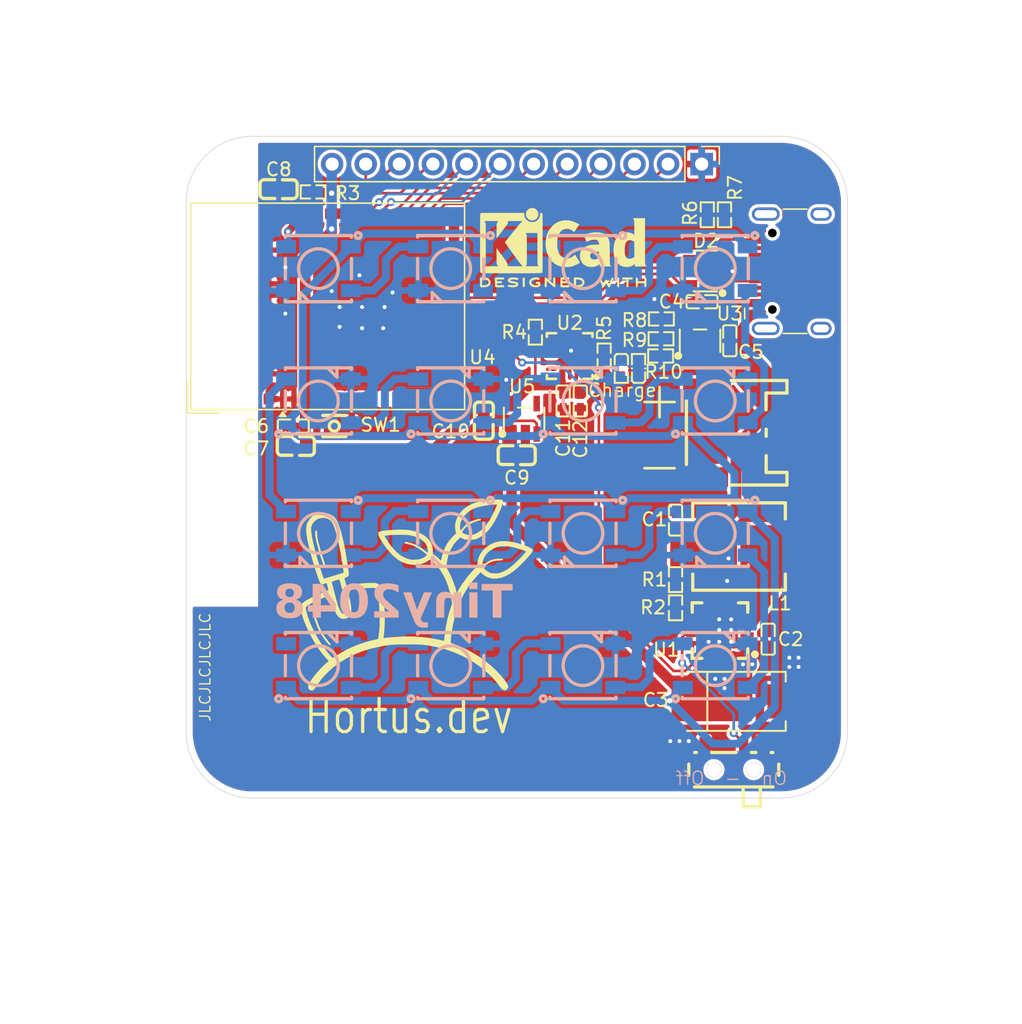
<source format=kicad_pcb>
(kicad_pcb (version 20240108) (generator "pcbnew") (generator_version "8.0")
  (layers (0 "F.Cu" signal) (31 "B.Cu" signal) (34 "B.Paste" user) (35 "F.Paste" user) (36 "B.SilkS" user "B.Silkscreen") (37 "F.SilkS" user "F.Silkscreen") (38 "B.Mask" user) (39 "F.Mask" user) (44 "Edge.Cuts" user))
  (net 0 "")
  (net 11 "VBAT")
  (net 12 "GND")
  (net 13 "+5V")
  (net 14 "Net-(L1-Pad2)")
  (net 15 "Net-(U1-LBI)")
  (net 20 "/enable")
  (net 43 "VBUS")
  (net 44 "/USB_D-")
  (net 45 "/USB_D+")
  (net 46 "Net-(D2-Pad3)")
  (net 47 "Net-(D2-Pad1)")
  (net 48 "/low_bat")
  (net 52 "+3V3")
  (net 53 "/SDA")
  (net 54 "/SCL")
  (net 57 "Net-(U4-IO0)")
  (net 58 "Net-(U4-EN)")
  (net 59 "Net-(LED1-DOUT)")
  (net 60 "/LED_DATA")
  (net 61 "Net-(LED10-DOUT)")
  (net 62 "Net-(LED10-DIN)")
  (net 63 "Net-(USBC1-CC1)")
  (net 64 "Net-(USBC1-CC2)")
  (net 68 "Net-(LED2-DOUT)")
  (net 69 "Net-(LED3-DOUT)")
  (net 70 "Net-(LED4-DOUT)")
  (net 71 "Net-(LED5-DOUT)")
  (net 72 "Net-(LED6-DOUT)")
  (net 73 "Net-(LED7-DOUT)")
  (net 74 "Net-(LED8-DOUT)")
  (net 75 "Net-(LED11-DOUT)")
  (net 76 "Net-(LED12-DOUT)")
  (net 77 "Net-(LED13-DOUT)")
  (net 78 "Net-(LED14-DOUT)")
  (net 79 "Net-(LED15-DOUT)")
  (net 81 "Net-(U3-PROG)")
  (net 82 "Net-(U3-STAT)")
  (net 83 "Net-(LED17-K)")
  (net 84 "Net-(LED18-A)")
  (net 85 "Net-(J1-Pin_5)")
  (net 86 "Net-(J1-Pin_4)")
  (net 87 "Net-(J1-Pin_3)")
  (net 88 "Net-(J1-Pin_10)")
  (net 89 "Net-(J1-Pin_6)")
  (net 90 "Net-(J1-Pin_9)")
  (net 91 "Net-(J1-Pin_8)")
  (net 92 "Net-(J1-Pin_11)")
  (net 93 "Net-(J1-Pin_2)")
  (net 94 "Net-(J1-Pin_7)")
  (footprint "easyeda2kicad:R0402" (layer "F.Cu") (at 89.4 45.93 -90)
    (property "Reference" "R6")
    (property "Value" "5.1k" (hide yes))
  )
  (footprint "easyeda2kicad:SW-SMD_MSS3-V-T-R" (layer "F.Cu") (at 91.4 87.5425)
    (property "Reference" "SW3" (hide yes))
    (property "Value" "MSS3-V-T/R" (hide yes))
  )
  (footprint "easyeda2kicad:C0402" (layer "F.Cu") (at 78.5 60 -90)
    (property "Reference" "C11")
    (property "Value" "100nF" (hide yes))
  )
  (footprint "LOGO" (layer "F.Cu") (at 67.5 74.7)
    (property "Reference" "G***" (hide yes))
    (property "Value" "LOGO" (hide yes))
  )
  (footprint "easyeda2kicad:C0603" (layer "F.Cu") (at 58.3 63.4)
    (property "Reference" "C7")
    (property "Value" "22uF" (hide yes))
  )
  (footprint "easyeda2kicad:IND-SMD_L7.0-W6.6" (layer "F.Cu") (at 91.8 71)
    (property "Reference" "L1")
    (property "Value" "FXL0630-6R8-M" (hide yes))
  )
  (footprint "easyeda2kicad:LED0402-RD_BLUE" (layer "F.Cu") (at 84.2 57.54 90)
    (property "Reference" "LED18" (hide yes))
    (property "Value" "Green" (hide yes))
  )
  (footprint "easyeda2kicad:R0402" (layer "F.Cu") (at 81.6 56.6 90)
    (property "Reference" "R5")
    (property "Value" "10k" (hide yes))
  )
  (footprint "easyeda2kicad:C0603" (layer "F.Cu") (at 75 64.1)
    (property "Reference" "C9")
    (property "Value" "1uF" (hide yes))
  )
  (footprint "easyeda2kicad:SOT-23-5_L3.0-W1.7-P0.95-LS2.8-BL" (layer "F.Cu") (at 75.55 61.35)
    (property "Reference" "U5")
    (property "Value" "RT9013-33GB")
  )
  (footprint "easyeda2kicad:SOT-23-5_L3.0-W1.7-P0.95-LS2.8-BL" (layer "F.Cu") (at 88.85 55.45)
    (property "Reference" "U3")
    (property "Value" "MCP73831T-2ACI/OT" (hide yes))
  )
  (footprint "easyeda2kicad:C0402" (layer "F.Cu") (at 89 52.5 180)
    (property "Reference" "C4")
    (property "Value" "100nF" (hide yes))
  )
  (footprint "easyeda2kicad:SOT-23-6_L2.9-W1.6-P0.95-LS2.8-BL" (layer "F.Cu") (at 89.25 50.1775 90)
    (property "Reference" "D2")
    (property "Value" "USBLC6-2SC6" (hide yes))
  )
  (footprint "Symbol:KiCad-Logo2_5mm_SilkScreen" (layer "F.Cu") (at 78.5 48.4)
    (property "Reference" "REF**" (hide yes))
    (property "Value" "KiCad-Logo2_5mm_SilkScreen" (hide yes))
  )
  (footprint "easyeda2kicad:R0402" (layer "F.Cu") (at 76.4 54.8 -90)
    (property "Reference" "R4")
    (property "Value" "10k" (hide yes))
  )
  (footprint "easyeda2kicad:C0603" (layer "F.Cu") (at 57 44)
    (property "Reference" "C8")
    (property "Value" "1uF" (hide yes))
  )
  (footprint "Connector_USB:USB_C_Receptacle_HCTL_HC-TYPE-C-16P-01A" (layer "F.Cu") (at 96.925 50.2 90)
    (property "Reference" "USBC1" (hide yes))
    (property "Value" "105450-0101" (hide yes))
  )
  (footprint "easyeda2kicad:C0402" (layer "F.Cu") (at 94 78 90)
    (property "Reference" "C2")
    (property "Value" "2.2uF" (hide yes))
  )
  (footprint "easyeda2kicad:C0402" (layer "F.Cu") (at 87 69 -90)
    (property "Reference" "C1")
    (property "Value" "10uF" (hide yes))
  )
  (footprint "easyeda2kicad:CONN-SMD_P2.00_S2B-PH-SM4-TB-LF-SN" (layer "F.Cu") (at 92.2 62.4 -90)
    (property "Reference" "CN1" (hide yes))
    (property "Value" "S2B-PH-SM4-TB(LF)(SN)" (hide yes))
  )
  (footprint "easyeda2kicad:C0402" (layer "F.Cu") (at 79.8 60 90)
    (property "Reference" "C12")
    (property "Value" "10uF" (hide yes))
  )
  (footprint "easyeda2kicad:R0402" (layer "F.Cu") (at 90.7 45.93 -90)
    (property "Reference" "R7")
    (property "Value" "5.1k" (hide yes))
  )
  (footprint "easyeda2kicad:CAP-SMD_L7.3-W4.3-FD" (layer "F.Cu") (at 91.600001 82.699999)
    (property "Reference" "C3")
    (property "Value" "100uF" (hide yes))
  )
  (footprint "easyeda2kicad:R0402" (layer "F.Cu") (at 85.9 55.3 180)
    (property "Reference" "R9")
    (property "Value" "470" (hide yes))
  )
  (footprint "easyeda2kicad:SW-SMD_4P-L2.6-W1.6-P0.75-LS3.0" (layer "F.Cu") (at 61.2 61.9)
    (property "Reference" "SW1")
    (property "Value" "1TS026A-2300-0553-CT" (hide yes))
  )
  (footprint "easyeda2kicad:R0402" (layer "F.Cu") (at 59.6 44.2 180)
    (property "Reference" "R3")
    (property "Value" "10k" (hide yes))
  )
  (footprint "easyeda2kicad:C0402" (layer "F.Cu") (at 58.1 61.9)
    (property "Reference" "C6")
    (property "Value" "100nF" (hide yes))
  )
  (footprint "Connector_PinHeader_2.54mm:PinHeader_1x12_P2.54mm_Vertical" (layer "F.Cu") (at 88.975 42.1 -90)
    (property "Reference" "J1" (hide yes))
    (property "Value" "Conn_01x12" (hide yes))
  )
  (footprint "easyeda2kicad:C0402" (layer "F.Cu") (at 91.1 55.45 90)
    (property "Reference" "C5")
    (property "Value" "10uF" (hide yes))
  )
  (footprint "easyeda2kicad:R0402" (layer "F.Cu") (at 85.93 53.8)
    (property "Reference" "R8")
    (property "Value" "2k" (hide yes))
  )
  (footprint "easyeda2kicad:QFN-16_L4.0-W4.0-P0.65-BL-EP2.7-1" (layer "F.Cu") (at 90.36 77.35 90)
    (property "Reference" "U1")
    (property "Value" "TPS61092RSAR" (hide yes))
  )
  (footprint "RF_Module:ESP32-S2-MINI-1" (layer "F.Cu") (at 60.7 52.85 90)
    (property "Reference" "U4")
    (property "Value" "ESP32-S3-MINI-1-N8")
  )
  (footprint "easyeda2kicad:LGA-16_L3.0-W3.0-P0.50-TL" (layer "F.Cu") (at 79 56.6 180)
    (property "Reference" "U2")
    (property "Value" "LIS3DHTR_C15134")
  )
  (footprint "easyeda2kicad:LED0402-RD_ORANGE" (layer "F.Cu") (at 82.9 57.54 -90)
    (property "Reference" "LED17" (hide yes))
    (property "Value" "Orange" (hide yes))
  )
  (footprint "easyeda2kicad:R0402" (layer "F.Cu") (at 87 75.63 90)
    (property "Reference" "R2")
    (property "Value" "340k" (hide yes))
  )
  (footprint "easyeda2kicad:R0402" (layer "F.Cu") (at 85.87 56.6 180)
    (property "Reference" "R10")
    (property "Value" "1k" (hide yes))
  )
  (footprint "easyeda2kicad:R0402" (layer "F.Cu") (at 87 73.5 90)
    (property "Reference" "R1")
    (property "Value" "1.87M" (hide yes))
  )
  (footprint "easyeda2kicad:C0603" (layer "F.Cu") (at 72.5 61.5 -90)
    (property "Reference" "C10")
    (property "Value" "1uF" (hide yes))
  )
  (footprint "easyeda2kicad:LED-SMD_4P-L5.0-W5.0-TL_WS2812B-B" (layer "B.Cu") (at 70 50 180)
    (property "Reference" "LED2" (hide yes))
    (property "Value" "WS2812B-B/W" (hide yes))
  )
  (footprint "easyeda2kicad:LED-SMD_4P-L5.0-W5.0-TL_WS2812B-B" (layer "B.Cu") (at 60 70 180)
    (property "Reference" "LED9" (hide yes))
    (property "Value" "WS2812B-B/W" (hide yes))
  )
  (footprint "easyeda2kicad:LED-SMD_4P-L5.0-W5.0-TL_WS2812B-B" (layer "B.Cu") (at 80 60)
    (property "Reference" "LED6" (hide yes))
    (property "Value" "WS2812B-B/W" (hide yes))
  )
  (footprint "easyeda2kicad:LED-SMD_4P-L5.0-W5.0-TL_WS2812B-B" (layer "B.Cu") (at 90 60)
    (property "Reference" "LED5" (hide yes))
    (property "Value" "WS2812B-B/W" (hide yes))
  )
  (footprint "easyeda2kicad:LED-SMD_4P-L5.0-W5.0-TL_WS2812B-B" (layer "B.Cu") (at 70 70 180)
    (property "Reference" "LED10" (hide yes))
    (property "Value" "WS2812B-B/W" (hide yes))
  )
  (footprint "easyeda2kicad:LED-SMD_4P-L5.0-W5.0-TL_WS2812B-B" (layer "B.Cu") (at 90 70 180)
    (property "Reference" "LED12" (hide yes))
    (property "Value" "WS2812B-B/W" (hide yes))
  )
  (footprint "easyeda2kicad:LED-SMD_4P-L5.0-W5.0-TL_WS2812B-B" (layer "B.Cu") (at 90 50 180)
    (property "Reference" "LED4" (hide yes))
    (property "Value" "WS2812B-B/W" (hide yes))
  )
  (footprint "easyeda2kicad:LED-SMD_4P-L5.0-W5.0-TL_WS2812B-B" (layer "B.Cu") (at 80 70 180)
    (property "Reference" "LED11" (hide yes))
    (property "Value" "WS2812B-B/W" (hide yes))
  )
  (footprint "easyeda2kicad:LED-SMD_4P-L5.0-W5.0-TL_WS2812B-B" (layer "B.Cu") (at 80 80)
    (property "Reference" "LED14" (hide yes))
    (property "Value" "WS2812B-B/W" (hide yes))
  )
  (footprint "easyeda2kicad:LED-SMD_4P-L5.0-W5.0-TL_WS2812B-B" (layer "B.Cu") (at 60 80)
    (property "Reference" "LED16" (hide yes))
    (property "Value" "WS2812B-B/W" (hide yes))
  )
  (footprint "easyeda2kicad:LED-SMD_4P-L5.0-W5.0-TL_WS2812B-B" (layer "B.Cu") (at 70 80)
    (property "Reference" "LED15" (hide yes))
    (property "Value" "WS2812B-B/W" (hide yes))
  )
  (footprint "easyeda2kicad:LED-SMD_4P-L5.0-W5.0-TL_WS2812B-B" (layer "B.Cu") (at 70 60)
    (property "Reference" "LED7" (hide yes))
    (property "Value" "WS2812B-B/W" (hide yes))
  )
  (footprint "easyeda2kicad:LED-SMD_4P-L5.0-W5.0-TL_WS2812B-B" (layer "B.Cu") (at 60 60)
    (property "Reference" "LED8" (hide yes))
    (property "Value" "WS2812B-B/W" (hide yes))
  )
  (footprint "easyeda2kicad:LED-SMD_4P-L5.0-W5.0-TL_WS2812B-B" (layer "B.Cu") (at 90 80)
    (property "Reference" "LED13" (hide yes))
    (property "Value" "WS2812B-B/W" (hide yes))
  )
  (footprint "easyeda2kicad:LED-SMD_4P-L5.0-W5.0-TL_WS2812B-B" (layer "B.Cu") (at 80 50 180)
    (property "Reference" "LED3" (hide yes))
    (property "Value" "WS2812B-B/W" (hide yes))
  )
  (footprint "easyeda2kicad:LED-SMD_4P-L5.0-W5.0-TL_WS2812B-B" (layer "B.Cu") (at 60 50 180)
    (property "Reference" "LED1" (hide yes))
    (property "Value" "WS2812B-B/W" (hide yes))
  )
  (gr_arc (start 95 40) (mid 98.535534 41.464466) (end 100 45) (stroke (width 0.05)) (layer "Edge.Cuts"))
  (gr_arc (start 55 90) (mid 51.464466 88.535534) (end 50 85) (stroke (width 0.05)) (layer "Edge.Cuts"))
  (gr_line (start 55 40) (end 95 40) (stroke (width 0.05)) (layer "Edge.Cuts"))
  (gr_line (start 100 45) (end 100 85) (stroke (width 0.05)) (layer "Edge.Cuts"))
  (gr_arc (start 100 85) (mid 98.535534 88.535534) (end 95 90) (stroke (width 0.05)) (layer "Edge.Cuts"))
  (gr_line (start 50 85) (end 50 45) (stroke (width 0.05)) (layer "Edge.Cuts"))
  (gr_line (start 95 90) (end 55 90) (stroke (width 0.05)) (layer "Edge.Cuts"))
  (gr_arc (start 50 45) (mid 51.464466 41.464466) (end 55 40) (stroke (width 0.05)) (layer "Edge.Cuts"))
  (gr_text "Tiny2048" (at 74.7 76.8 0) (layer "B.SilkS") (effects (font (size 2.5 2.5) (thickness 0.6) (bold yes)) (justify left bottom mirror)))
  (gr_text "On  -  Off" (at 95.5 89.1 0) (layer "B.SilkS") (effects (font (size 1 1) (thickness 0.1)) (justify left bottom mirror)))
  (gr_text "JLCJLCJLCJLC" (at 51.9 84.3 90) (layer "F.SilkS") (effects (font (size 0.8 0.8) (thickness 0.1)) (justify left bottom)))
  (gr_text "-" (at 83.8 66.6 0) (layer "F.SilkS") (effects (font (size 3 3) (thickness 0.2)) (justify left bottom)))
  (gr_text "+" (at 83.8 61.6 0) (layer "F.SilkS") (effects (font (size 3 3) (thickness 0.2)) (justify left bottom)))
  (gr_text "Hortus.dev" (at 58.8 85.3 0) (layer "F.SilkS") (effects (font (size 2.5 2) (thickness 0.25) (bold yes)) (justify left bottom)))
  (gr_text "Charge" (at 80.3 59.77 0) (layer "F.SilkS") (effects (font (size 1 1) (thickness 0.125) (bold yes)) (justify left bottom)))
  (segment (start 96.73 61.4) (end 97.63 62.3) (width 0.8) (layer "F.Cu") (net 11))
  (segment (start 97.63 83.7) (end 96.735001 84.594999) (width 0.8) (layer "F.Cu") (net 11))
  (segment (start 96.735001 84.594999) (end 95.217501 84.594999) (width 0.8) (layer "F.Cu") (net 11))
  (segment (start 93.53 61.4) (end 91.57 63.36) (width 0.8) (layer "F.Cu") (net 11))
  (segment (start 91.57 68.23) (end 88.8 71) (width 0.8) (layer "F.Cu") (net 11))
  (segment (start 91.57 63.36) (end 91.57 68.23) (width 0.8) (layer "F.Cu") (net 11))
  (segment (start 95.13 61.4) (end 93.53 61.4) (width 0.8) (layer "F.Cu") (net 11))
  (segment (start 97.63 62.3) (end 97.63 83.7) (width 0.8) (layer "F.Cu") (net 11))
  (segment (start 95.217501 84.594999) (end 93.65 86.1625) (width 0.8) (layer "F.Cu") (net 11))
  (segment (start 95.13 61.4) (end 96.73 61.4) (width 0.8) (layer "F.Cu") (net 11))
  (segment (start 84.21 71.9) (end 84.16 71.95) (width 0.2) (layer "F.Cu") (net 12))
  (segment (start 88.31 77.01) (end 90.02 77.01) (width 0.2) (layer "F.Cu") (net 12))
  (segment (start 79.1 56.2) (end 79.2 56.1) (width 0.2) (layer "F.Cu") (net 12))
  (segment (start 79.2 56.1) (end 79.517746 56.1) (width 0.2) (layer "F.Cu") (net 12))
  (segment (start 79 55.2) (end 79 56.1) (width 0.2) (layer "F.Cu") (net 12))
  (segment (start 90.7 75.3) (end 90.7 77.01) (width 0.2) (layer "F.Cu") (net 12))
  (segment (start 91.35 75.3) (end 91.35 76.35) (width 0.2) (layer "F.Cu") (net 12))
  (segment (start 90.05 75.3) (end 90.05 76.25) (width 0.2) (layer "F.Cu") (net 12))
  (segment (start 79.517746 56.1) (end 80.017746 55.6) (width 0.2) (layer "F.Cu") (net 12))
  (segment (start 80.017746 55.6) (end 80.4 55.6) (width 0.2) (layer "F.Cu") (net 12))
  (segment (start 79 56.1) (end 79.1 56.2) (width 0.2) (layer "F.Cu") (net 12))
  (via (at 79.1 56.2) (size 0.6) (drill 0.3) (layers "F.Cu" "B.Cu") (net 12))
  (via (at 88 85.7) (size 0.6) (drill 0.3) (layers "F.Cu" "B.Cu") (net 12))
  (via (at 63.3 54.5) (size 0.6) (drill 0.3) (layers "F.Cu" "B.Cu") (net 12))
  (via (at 96.3 80.1) (size 0.6) (drill 0.3) (layers "F.Cu" "B.Cu") (net 12))
  (via (at 90.3 77.3) (size 0.6) (drill 0.3) (layers "F.Cu" "B.Cu") (net 12))
  (via (at 91.3 50.2) (size 0.6) (drill 0.3) (layers "F.Cu" "B.Cu") (net 12))
  (via (at 91.2 78.2) (size 0.6) (drill 0.3) (layers "F.Cu" "B.Cu") (net 12))
  (via (at 64.9 54.5) (size 0.6) (drill 0.3) (layers "F.Cu" "B.Cu") (net 12))
  (via (at 61.6 54.4) (size 0.6) (drill 0.3) (layers "F.Cu" "B.Cu") (net 12))
  (via (at 85.4 52.3) (size 0.6) (drill 0.3) (layers "F.Cu" "B.Cu") (net 12))
  (via (at 90.7 81.7) (size 0.6) (drill 0.3) (layers "F.Cu" "B.Cu") (net 12))
  (via (at 91.2 76.5) (size 0.6) (drill 0.3) (layers "F.Cu" "B.Cu") (net 12))
  (via (at 87.3 85.7) (size 0.6) (drill 0.3) (layers "F.Cu" "B.Cu") (net 12))
  (via (at 95.6 80.1) (size 0.6) (drill 0.3) (layers "F.Cu" "B.Cu") (net 12))
  (via (at 86.6 85.7) (size 0.6) (drill 0.3) (layers "F.Cu" "B.Cu") (net 12))
  (via (at 63.1 50.5) (size 0.6) (drill 0.3) (layers "F.Cu" "B.Cu") (net 12))
  (via (at 89.5 78.2) (size 0.6) (drill 0.3) (layers "F.Cu" "B.Cu") (net 12))
  (via (at 65.6 51.8) (size 0.6) (drill 0.3) (layers "F.Cu" "B.Cu") (net 12))
  (via (at 90.9 73.6) (size 0.6) (drill 0.3) (layers "F.Cu" "B.Cu") (net 12))
  (via (at 61.6 52.9) (size 0.6) (drill 0.3) (layers "F.Cu" "B.Cu") (net 12))
  (via (at 57.5 53.4) (size 0.6) (drill 0.3) (layers "F.Cu" "B.Cu") (net 12))
  (via (at 96.3 79.4) (size 0.6) (drill 0.3) (layers "F.Cu" "B.Cu") (net 12))
  (via (at 63.3 52.9) (size 0.6) (drill 0.3) (layers "F.Cu" "B.Cu") (net 12))
  (via (at 61 51.7) (size 0.6) (drill 0.3) (layers "F.Cu" "B.Cu") (net 12))
  (via (at 74.2 58.4) (size 0.6) (drill 0.3) (layers "F.Cu" "B.Cu") (net 12))
  (via (at 65 52.9) (size 0.6) (drill 0.3) (layers "F.Cu" "B.Cu") (net 12))
  (via (at 91 71.9) (size 0.6) (drill 0.3) (layers "F.Cu" "B.Cu") (net 12))
  (via (at 95.6 79.4) (size 0.6) (drill 0.3) (layers "F.Cu" "B.Cu") (net 12))
  (via (at 90.3 76.5) (size 0.6) (drill 0.3) (layers "F.Cu" "B.Cu") (net 12))
  (via (at 92.8 79.9) (size 0.6) (drill 0.3) (layers "F.Cu" "B.Cu") (net 12))
  (via (at 57.5 49.9) (size 0.6) (drill 0.3) (layers "F.Cu" "B.Cu") (net 12))
  (via (at 90 81) (size 0.6) (drill 0.3) (layers "F.Cu" "B.Cu") (net 12))
  (via (at 91.2 77.3) (size 0.6) (drill 0.3) (layers "F.Cu" "B.Cu") (net 12))
  (via (at 92.1 79.9) (size 0.6) (drill 0.3) (layers "F.Cu" "B.Cu") (net 12))
  (via (at 90.7 81) (size 0.6) (drill 0.3) (layers "F.Cu" "B.Cu") (net 12))
  (via (at 90.3 78.2) (size 0.6) (drill 0.3) (layers "F.Cu" "B.Cu") (net 12))
  (segment (start 74.6 61.7) (end 74.6 62.5) (width 0.2) (layer "F.Cu") (net 13))
  (segment (start 76.5 61.7) (end 76.3 61.5) (width 0.2) (layer "F.Cu") (net 13))
  (segment (start 86.55 82.65) (end 88.110002 82.65) (width 0.6) (layer "F.Cu") (net 13))
  (segment (start 74.6 62.5) (end 74.6 69.139998) (width 0.8) (layer "F.Cu") (net 13))
  (segment (start 74.8 61.5) (end 74.6 61.7) (width 0.2) (layer "F.Cu") (net 13))
  (segment (start 76.3 61.5) (end 74.8 61.5) (width 0.2) (layer "F.Cu") (net 13))
  (segment (start 76.5 62.5) (end 76.5 61.7) (width 0.2) (layer "F.Cu") (net 13))
  (segment (start 74.6 69.139998) (end 88.160001 82.699999) (width 0.8) (layer "F.Cu") (net 13))
  (via (at 86.55 82.65) (size 0.8) (drill 0.4) (layers "F.Cu" "B.Cu") (net 13))
  (segment (start 87.55 81.65) (end 86.55 82.65) (width 0.6) (layer "B.Cu") (net 13))
  (segment (start 58.55 62.65) (end 66.55 62.65) (width 0.6) (layer "B.Cu") (net 13))
  (segment (start 68.55 62.65) (end 76.55 62.65) (width 0.6) (layer "B.Cu") (net 13))
  (segment (start 82.45 68.35) (end 81.45 67.35) (width 0.6) (layer "B.Cu") (net 13))
  (segment (start 77.15 81.65) (end 76.15 82.65) (width 0.6) (layer "B.Cu") (net 13))
  (segment (start 66.55 62.65) (end 67.55 61.65) (width 0.6) (layer "B.Cu") (net 13))
  (segment (start 94.5 70.4) (end 94.5 83.131371) (width 0.6) (layer "B.Cu") (net 13))
  (segment (start 63.45 47.35) (end 62.45 48.35) (width 0.6) (layer "B.Cu") (net 13))
  (segment (start 58.8 52) (end 58.8 60.4) (width 0.6) (layer "B.Cu") (net 13))
  (segment (start 83.45 47.35) (end 82.45 48.35) (width 0.6) (layer "B.Cu") (net 13))
  (segment (start 78.55 62.65) (end 86.55 62.65) (width 0.6) (layer "B.Cu") (net 13))
  (segment (start 90.1 64.1) (end 91.45 65.45) (width 0.6) (layer "B.Cu") (net 13))
  (segment (start 72.45 68.35) (end 71.45 67.35) (width 0.6) (layer "B.Cu") (net 13))
  (segment (start 71.45 67.35) (end 63.45 67.35) (width 0.6) (layer "B.Cu") (net 13))
  (segment (start 91.45 65.45) (end 91.45 67.35) (width 0.6) (layer "B.Cu") (net 13))
  (segment (start 57.55 61.65) (end 58.55 62.65) (width 0.6) (layer "B.Cu") (net 13))
  (segment (start 82.45 48.35) (end 81.45 47.35) (width 0.6) (layer "B.Cu") (net 13))
  (segment (start 73.45 47.35) (end 72.45 48.35) (width 0.6) (layer "B.Cu") (net 13))
  (segment (start 81.45 47.35) (end 73.45 47.35) (width 0.6) (layer "B.Cu") (net 13))
  (segment (start 67.55 61.65) (end 68.55 62.65) (width 0.6) (layer "B.Cu") (net 13))
  (segment (start 94.5 83.131371) (end 91.731371 85.9) (width 0.6) (layer "B.Cu") (net 13))
  (segment (start 87.55 61.65) (end 90 64.1) (width 0.6) (layer "B.Cu") (net 13))
  (segment (start 92.45 68.35) (end 94.5 70.4) (width 0.6) (layer "B.Cu") (net 13))
  (segment (start 91.45 47.35) (end 83.45 47.35) (width 0.6) (layer "B.Cu") (net 13))
  (segment (start 63.45 67.35) (end 62.45 68.35) (width 0.6) (layer "B.Cu") (net 13))
  (segment (start 86.55 82.65) (end 78.55 82.65) (width 0.6) (layer "B.Cu") (net 13))
  (segment (start 67.55 81.65) (end 66.55 82.65) (width 0.6) (layer "B.Cu") (net 13))
  (segment (start 76.55 62.65) (end 77.55 61.65) (width 0.6) (layer "B.Cu") (net 13))
  (segment (start 86.55 62.65) (end 87.55 61.65) (width 0.6) (layer "B.Cu") (net 13))
  (segment (start 78.55 82.65) (end 77.55 81.65) (width 0.6) (layer "B.Cu") (net 13))
  (segment (start 76.15 82.65) (end 68.55 82.65) (width 0.6) (layer "B.Cu") (net 13))
  (segment (start 68.55 82.65) (end 67.55 81.65) (width 0.6) (layer "B.Cu") (net 13))
  (segment (start 92.45 68.35) (end 91.45 67.35) (width 0.6) (layer "B.Cu") (net 13))
  (segment (start 66.55 82.65) (end 58.55 82.65) (width 0.6) (layer "B.Cu") (net 13))
  (segment (start 72.45 48.35) (end 71.45 47.35) (width 0.6) (layer "B.Cu") (net 13))
  (segment (start 89.8 85.9) (end 86.55 82.65) (width 0.6) (layer "B.Cu") (net 13))
  (segment (start 62.45 48.35) (end 58.8 52) (width 0.6) (layer "B.Cu") (net 13))
  (segment (start 58.55 82.65) (end 57.55 81.65) (width 0.6) (layer "B.Cu") (net 13))
  (segment (start 58.8 60.4) (end 57.55 61.65) (width 0.6) (layer "B.Cu") (net 13))
  (segment (start 92.45 48.35) (end 91.45 47.35) (width 0.6) (layer "B.Cu") (net 13))
  (segment (start 91.45 67.35) (end 83.45 67.35) (width 0.6) (layer "B.Cu") (net 13))
  (segment (start 73.45 67.35) (end 72.45 68.35) (width 0.6) (layer "B.Cu") (net 13))
  (segment (start 81.45 67.35) (end 73.45 67.35) (width 0.6) (layer "B.Cu") (net 13))
  (segment (start 83.45 67.35) (end 82.45 68.35) (width 0.6) (layer "B.Cu") (net 13))
  (segment (start 77.55 61.65) (end 78.55 62.65) (width 0.6) (layer "B.Cu") (net 13))
  (segment (start 91.731371 85.9) (end 89.8 85.9) (width 0.6) (layer "B.Cu") (net 13))
  (segment (start 71.45 47.35) (end 63.45 47.35) (width 0.6) (layer "B.Cu") (net 13))
  (segment (start 90 64.1) (end 90.1 64.1) (width 0.6) (layer "B.Cu") (net 13))
  (segment (start 87.685 77.66) (end 88.31 77.66) (width 0.2) (layer "F.Cu") (net 20))
  (segment (start 92.15 85.85) (end 91.4 85.1) (width 0.2) (layer "F.Cu") (net 20))
  (segment (start 87.5 79.8) (end 87.5 77.845) (width 0.2) (layer "F.Cu") (net 20))
  (segment (start 87.5 77.845) (end 87.685 77.66) (width 0.2) (layer "F.Cu") (net 20))
  (via (at 91.4 85.1) (size 0.6) (drill 0.3) (layers "F.Cu" "B.Cu") (net 20))
  (via (at 87.5 79.8) (size 0.6) (drill 0.3) (layers "F.Cu" "B.Cu") (net 20))
  (segment (start 87.55 79.8) (end 87.5 79.8) (width 0.2) (layer "B.Cu") (net 20))
  (segment (start 91.4 83.65) (end 87.55 79.8) (width 0.2) (layer "B.Cu") (net 20))
  (segment (start 91.4 85.1) (end 91.4 83.65) (width 0.2) (layer "B.Cu") (net 20))
  (segment (start 89.5 49.5125) (end 88.835 50.1775) (width 0.2) (layer "F.Cu") (net 43))
  (segment (start 87.5 55.2) (end 89.7 55.2) (width 0.2) (layer "F.Cu") (net 43))
  (segment (start 82.9 58.08) (end 82.33 57.51) (width 0.2) (layer "F.Cu") (net 43))
  (segment (start 83.98 54.73) (end 87.03 54.73) (width 0.2) (layer "F.Cu") (net 43))
  (segment (start 93.18 47.8) (end 90.4275 47.8) (width 0.2) (layer "F.Cu") (net 43))
  (segment (start 89.55 52.5) (end 89.55 50.8925) (width 0.2) (layer "F.Cu") (net 43))
  (segment (start 87.03 54.73) (end 87.5 55.2) (width 0.2) (layer "F.Cu") (net 43))
  (segment (start 82.33 57.51) (end 82.33 56.38) (width 0.2) (layer "F.Cu") (net 43))
  (segment (start 82.33 56.38) (end 83.98 54.73) (width 0.2) (layer "F.Cu") (net 43))
  (segment (start 88.1 50.1775) (end 88.835 50.1775) (width 0.2) (layer "F.Cu") (net 43))
  (segment (start 89.5 48.7275) (end 89.5 49.5125) (width 0.2) (layer "F.Cu") (net 43))
  (segment (start 89.55 50.8925) (end 88.835 50.1775) (width 0.2) (layer "F.Cu") (net 43))
  (segment (start 90.4275 47.8) (end 89.5 48.7275) (width 0.2) (layer "F.Cu") (net 43))
  (segment (start 86.572499 50.4025) (end 83.3157 50.4025) (width 0.2) (layer "F.Cu") (net 44))
  (segment (start 88.1 51.1275) (end 87.297499 51.1275) (width 0.2) (layer "F.Cu") (net 44))
  (segment (start 81.0682 52.65) (end 71.050001 52.65) (width 0.2) (layer "F.Cu") (net 44))
  (segment (start 71.050001 52.65) (end 70.850001 52.85) (width 0.2) (layer "F.Cu") (net 44))
  (segment (start 83.3157 50.4025) (end 81.0682 52.65) (width 0.2) (layer "F.Cu") (net 44))
  (segment (start 87.297499 51.1275) (end 86.572499 50.4025) (width 0.2) (layer "F.Cu") (net 44))
  (segment (start 70.850001 52.85) (end 70.25 52.85) (width 0.2) (layer "F.Cu") (net 44))
  (segment (start 80.8818 52.2) (end 71.050001 52.2) (width 0.2) (layer "F.Cu") (net 45))
  (segment (start 70.850001 52) (end 70.25 52) (width 0.2) (layer "F.Cu") (net 45))
  (segment (start 83.1293 49.9525) (end 80.8818 52.2) (width 0.2) (layer "F.Cu") (net 45))
  (segment (start 71.050001 52.2) (end 70.850001 52) (width 0.2) (layer "F.Cu") (net 45))
  (segment (start 86.572499 49.9525) (end 83.1293 49.9525) (width 0.2) (layer "F.Cu") (net 45))
  (segment (start 87.297499 49.2275) (end 86.572499 49.9525) (width 0.2) (layer "F.Cu") (net 45))
  (segment (start 88.1 49.2275) (end 87.297499 49.2275) (width 0.2) (layer "F.Cu") (net 45))
  (segment (start 92.1 50.05241) (end 92.1 49.45) (width 0.2) (layer "F.Cu") (net 46))
  (segment (start 92.1 49.45) (end 90.6225 49.45) (width 0.2) (layer "F.Cu") (net 46))
  (segment (start 93.18 49.45) (end 92.1 49.45) (width 0.2) (layer "F.Cu") (net 46))
  (segment (start 93.18 50.45) (end 92.49759 50.45) (width 0.2) (layer "F.Cu") (net 46))
  (segment (start 92.49759 50.45) (end 92.1 50.05241) (width 0.2) (layer "F.Cu") (net 46))
  (segment (start 90.6225 49.45) (end 90.4 49.2275) (width 0.2) (layer "F.Cu") (net 46))
  (segment (start 94.13 50.21759) (end 93.86241 49.95) (width 0.2) (layer "F.Cu") (net 47))
  (segment (start 93.86241 49.95) (end 93.18 49.95) (width 0.2) (layer "F.Cu") (net 47))
  (segment (start 93.18 50.95) (end 93.86241 50.95) (width 0.2) (layer "F.Cu") (net 47))
  (segment (start 93.18 50.95) (end 90.5775 50.95) (width 0.2) (layer "F.Cu") (net 47))
  (segment (start 94.13 50.68241) (end 94.13 50.21759) (width 0.2) (layer "F.Cu") (net 47))
  (segment (start 93.86241 50.95) (end 94.13 50.68241) (width 0.2) (layer "F.Cu") (net 47))
  (segment (start 90.5775 50.95) (end 90.4 51.1275) (width 0.2) (layer "F.Cu") (net 47))
  (segment (start 75.4 57.1) (end 73.7 55.4) (width 0.2) (layer "F.Cu") (net 48))
  (segment (start 87.748529 80.4) (end 86.849952 80.4) (width 0.2) (layer "F.Cu") (net 48))
  (segment (start 88.31 78.31) (end 88.31 79.838529) (width 0.2) (layer "F.Cu") (net 48))
  (segment (start 73.7 55.4) (end 70.25 55.4) (width 0.2) (layer "F.Cu") (net 48))
  (segment (start 88.31 79.838529) (end 87.748529 80.4) (width 0.2) (layer "F.Cu") (net 48))
  (segment (start 86.849952 80.4) (end 81.2 74.750048) (width 0.2) (layer "F.Cu") (net 48))
  (segment (start 81.2 74.750048) (end 81.2 60.5) (width 0.2) (layer "F.Cu") (net 48))
  (via (at 81.2 60.5) (size 0.6) (drill 0.3) (layers "F.Cu" "B.Cu") (net 48))
  (via (at 75.4 57.1) (size 0.6) (drill 0.3) (layers "F.Cu" "B.Cu") (net 48))
  (segment (start 78.15 57.1) (end 75.4 57.1) (width 0.2) (layer "B.Cu") (net 48))
  (segment (start 81.2 60.15) (end 78.15 57.1) (width 0.2) (layer "B.Cu") (net 48))
  (segment (start 81.2 60.5) (end 81.2 60.15) (width 0.2) (layer "B.Cu") (net 48))
  (segment (start 76.4 58.8) (end 78.3 58.8) (width 0.8) (layer "F.Cu") (net 52))
  (segment (start 81.6 57.03) (end 81.03 57.6) (width 0.2) (layer "F.Cu") (net 52))
  (segment (start 59 49.2) (end 61 47.2) (width 0.8) (layer "F.Cu") (net 52))
  (segment (start 68.8 63.6) (end 72.2 60.2) (width 0.8) (layer "F.Cu") (net 52))
  (segment (start 61 47.2) (end 61 47) (width 0.8) (layer "F.Cu") (net 52))
  (segment (start 76.4 55.23) (end 76.4 58.8) (width 0.2) (layer "F.Cu") (net 52))
  (segment (start 59.7 63.6) (end 68.8 63.6) (width 0.8) (layer "F.Cu") (net 52))
  (segment (start 81.03 57.6) (end 80.4 57.6) (width 0.2) (layer "F.Cu") (net 52))
  (segment (start 76 58.8) (end 76.4 58.8) (width 0.8) (layer "F.Cu") (net 52))
  (segment (start 78.46 55.16) (end 76.47 55.16) (width 0.2) (layer "F.Cu") (net 52))
  (segment (start 74.6 60.2) (end 76 58.8) (width 0.8) (layer "F.Cu") (net 52))
  (segment (start 59 59.85) (end 59 49.2) (width 0.8) (layer "F.Cu") (net 52))
  (segment (start 72.2 60.2) (end 74.6 60.2) (width 0.8) (layer "F.Cu") (net 52))
  (segment (start 59 62.9) (end 59.7 63.6) (width 0.8) (layer "F.Cu") (net 52))
  (segment (start 59 59.85) (end 59 62.9) (width 0.8) (layer "F.Cu") (net 52))
  (via (at 61 47) (size 0.8) (drill 0.4) (layers "F.Cu" "B.Cu") (net 52))
  (via (at 61 44.3) (size 0.8) (drill 0.4) (layers "F.Cu" "B.Cu") (net 52))
  (segment (start 61 47) (end 61 44.3) (width 0.8) (layer "B.Cu") (net 52))
  (segment (start 61 42.135) (end 61.035 42.1) (width 0.8) (layer "B.Cu") (net 52))
  (segment (start 61 44.3) (end 61 42.135) (width 0.8) (layer "B.Cu") (net 52))
  (segment (start 76.4 54.37) (end 71.33 54.37) (width 0.2) (layer "F.Cu") (net 53))
  (segment (start 76.4 54.37) (end 79.27 54.37) (width 0.2) (layer "F.Cu") (net 53))
  (segment (start 71.33 54.37) (end 71.15 54.55) (width 0.2) (layer "F.Cu") (net 53))
  (segment (start 79.5 55.2) (end 79.5 54.6) (width 0.2) (layer "F.Cu") (net 53))
  (segment (start 79.27 54.37) (end 79.5 54.6) (width 0.2) (layer "F.Cu") (net 53))
  (segment (start 71.15 54.55) (end 70.25 54.55) (width 0.2) (layer "F.Cu") (net 53))
  (segment (start 81.6 56.17) (end 81.6 55.917746) (width 0.2) (layer "F.Cu") (net 54))
  (segment (start 81.6 55.917746) (end 79.382254 53.7) (width 0.2) (layer "F.Cu") (net 54))
  (segment (start 80.4 56.1) (end 81.53 56.1) (width 0.2) (layer "F.Cu") (net 54))
  (segment (start 79.382254 53.7) (end 70.25 53.7) (width 0.2) (layer "F.Cu") (net 54))
  (segment (start 59.82 62.28) (end 59.82 61.52) (width 0.2) (layer "F.Cu") (net 57))
  (segment (start 59.82 61.52) (end 59.82 59.88) (width 0.2) (layer "F.Cu") (net 57))
  (segment (start 57.3 45.85) (end 57.3 44.4) (width 0.2) (layer "F.Cu") (net 58))
  (segment (start 57.3 44.4) (end 57.7 44) (width 0.2) (layer "F.Cu") (net 58))
  (segment (start 59.17 44.2) (end 57.9 44.2) (width 0.2) (layer "F.Cu") (net 58))
  (segment (start 65.1 50.7) (end 64.15 51.65) (width 0.6) (layer "B.Cu") (net 59))
  (segment (start 65.1 49.3) (end 65.1 50.7) (width 0.6) (layer "B.Cu") (net 59))
  (segment (start 67.55 48.35) (end 66.05 48.35) (width 0.6) (layer "B.Cu") (net 59))
  (segment (start 64.15 51.65) (end 62.45 51.65) (width 0.6) (layer "B.Cu") (net 59))
  (segment (start 66.05 48.35) (end 65.1 49.3) (width 0.6) (layer "B.Cu") (net 59))
  (segment (start 58.15 45.85) (end 58.15 46.75) (width 0.6) (layer "F.Cu") (net 60))
  (segment (start 58.15 46.75) (end 57.7 47.2) (width 0.6) (layer "F.Cu") (net 60))
  (via (at 57.7 47.2) (size 0.6) (drill 0.3) (layers "F.Cu" "B.Cu") (net 60))
  (segment (start 57.7 47.2) (end 57.7 48.2) (width 0.6) (layer "B.Cu") (net 60))
  (segment (start 77.575 68.325) (end 75.775 68.325) (width 0.6) (layer "B.Cu") (net 61))
  (segment (start 75.775 68.325) (end 75.025 69.075) (width 0.6) (layer "B.Cu") (net 61))
  (segment (start 75.025 70.975) (end 74.375 71.625) (width 0.6) (layer "B.Cu") (net 61))
  (segment (start 74.375 71.625) (end 72.475 71.625) (width 0.6) (layer "B.Cu") (net 61))
  (segment (start 75.025 69.075) (end 75.025 70.975) (width 0.6) (layer "B.Cu") (net 61))
  (segment (start 65.025 70.975) (end 64.375 71.625) (width 0.6) (layer "B.Cu") (net 62))
  (segment (start 67.575 68.325) (end 65.775 68.325) (width 0.6) (layer "B.Cu") (net 62))
  (segment (start 65.025 69.075) (end 65.025 70.975) (width 0.6) (layer "B.Cu") (net 62))
  (segment (start 64.375 71.625) (end 62.475 71.625) (width 0.6) (layer "B.Cu") (net 62))
  (segment (start 65.775 68.325) (end 65.025 69.075) (width 0.6) (layer "B.Cu") (net 62))
  (segment (start 95.57 49.808096) (end 95.57 45.382943) (width 0.2) (layer "F.Cu") (net 63))
  (segment (start 95.57 45.382943) (end 94.787057 44.6) (width 0.2) (layer "F.Cu") (net 63))
  (segment (start 94.787057 44.6) (end 90.3 44.6) (width 0.2) (layer "F.Cu") (net 63))
  (segment (start 93.18 51.45) (end 93.928096 51.45) (width 0.2) (layer "F.Cu") (net 63))
  (segment (start 90.3 44.6) (end 89.4 45.5) (width 0.2) (layer "F.Cu") (net 63))
  (segment (start 93.928096 51.45) (end 95.57 49.808096) (width 0.2) (layer "F.Cu") (net 63))
  (segment (start 93.18 48.45) (end 94.134594 48.45) (width 0.2) (layer "F.Cu") (net 64))
  (segment (start 91.2 45) (end 90.7 45.5) (width 0.2) (layer "F.Cu") (net 64))
  (segment (start 95.17 47.414594) (end 95.17 45.548629) (width 0.2) (layer "F.Cu") (net 64))
  (segment (start 94.621371 45) (end 91.2 45) (width 0.2) (layer "F.Cu") (net 64))
  (segment (start 94.134594 48.45) (end 95.17 47.414594) (width 0.2) (layer "F.Cu") (net 64))
  (segment (start 95.17 45.548629) (end 94.621371 45) (width 0.2) (layer "F.Cu") (net 64))
  (segment (start 77.55 48.35) (end 74.85 48.35) (width 0.6) (layer "B.Cu") (net 68))
  (segment (start 72.45 50.75) (end 72.45 51.65) (width 0.6) (layer "B.Cu") (net 68))
  (segment (start 74.85 48.35) (end 72.45 50.75) (width 0.6) (layer "B.Cu") (net 68))
  (segment (start 85 49.1) (end 85 51) (width 0.6) (layer "B.Cu") (net 69))
  (segment (start 84.35 51.65) (end 82.45 51.65) (width 0.6) (layer "B.Cu") (net 69))
  (segment (start 85.75 48.35) (end 85 49.1) (width 0.6) (layer "B.Cu") (net 69))
  (segment (start 85 51) (end 84.35 51.65) (width 0.6) (layer "B.Cu") (net 69))
  (segment (start 87.55 48.35) (end 85.75 48.35) (width 0.6) (layer "B.Cu") (net 69))
  (segment (start 92.27 55.92) (end 93.7 57.35) (width 0.6) (layer "B.Cu") (net 70))
  (segment (start 93.7 60.4) (end 92.45 61.65) (width 0.6) (layer "B.Cu") (net 70))
  (segment (start 93.7 57.35) (end 93.7 60.4) (width 0.6) (layer "B.Cu") (net 70))
  (segment (start 92.27 51.83) (end 92.27 55.92) (width 0.6) (layer "B.Cu") (net 70))
  (segment (start 87.575 58.325) (end 85.775 58.325) (width 0.6) (layer "B.Cu") (net 71))
  (segment (start 85.025 59.075) (end 85.025 60.975) (width 0.6) (layer "B.Cu") (net 71))
  (segment (start 85.775 58.325) (end 85.025 59.075) (width 0.6) (layer "B.Cu") (net 71))
  (segment (start 85.025 60.975) (end 84.375 61.625) (width 0.6) (layer "B.Cu") (net 71))
  (segment (start 84.375 61.625) (end 82.475 61.625) (width 0.6) (layer "B.Cu") (net 71))
  (segment (start 75.775 58.325) (end 75.025 59.075) (width 0.6) (layer "B.Cu") (net 72))
  (segment (start 74.375 61.625) (end 72.475 61.625) (width 0.6) (layer "B.Cu") (net 72))
  (segment (start 75.025 60.975) (end 74.375 61.625) (width 0.6) (layer "B.Cu") (net 72))
  (segment (start 77.575 58.325) (end 75.775 58.325) (width 0.6) (layer "B.Cu") (net 72))
  (segment (start 75.025 59.075) (end 75.025 60.975) (width 0.6) (layer "B.Cu") (net 72))
  (segment (start 65.775 58.325) (end 65.025 59.075) (width 0.6) (layer "B.Cu") (net 73))
  (segment (start 67.575 58.325) (end 65.775 58.325) (width 0.6) (layer "B.Cu") (net 73))
  (segment (start 65.025 60.975) (end 64.375 61.625) (width 0.6) (layer "B.Cu") (net 73))
  (segment (start 64.375 61.625) (end 62.475 61.625) (width 0.6) (layer "B.Cu") (net 73))
  (segment (start 65.025 59.075) (end 65.025 60.975) (width 0.6) (layer "B.Cu") (net 73))
  (segment (start 56.3 59.6) (end 56.3 67.1) (width 0.6) (layer "B.Cu") (net 74))
  (segment (start 56.3 67.1) (end 57.55 68.35) (width 0.6) (layer "B.Cu") (net 74))
  (segment (start 57.55 58.35) (end 56.3 59.6) (width 0.6) (layer "B.Cu") (net 74))
  (segment (start 85.775 68.325) (end 85.025 69.075) (width 0.6) (layer "B.Cu") (net 75))
  (segment (start 85.025 69.075) (end 85.025 70.975) (width 0.6) (layer "B.Cu") (net 75))
  (segment (start 84.375 71.625) (end 82.475 71.625) (width 0.6) (layer "B.Cu") (net 75))
  (segment (start 85.025 70.975) (end 84.375 71.625) (width 0.6) (layer "B.Cu") (net 75))
  (segment (start 87.575 68.325) (end 85.775 68.325) (width 0.6) (layer "B.Cu") (net 75))
  (segment (start 92.45 71.65) (end 93.7 72.9) (width 0.6) (layer "B.Cu") (net 76))
  (segment (start 93.7 72.9) (end 93.7 80.4) (width 0.6) (layer "B.Cu") (net 76))
  (segment (start 93.7 80.4) (end 92.45 81.65) (width 0.6) (layer "B.Cu") (net 76))
  (segment (start 85.025 80.975) (end 84.375 81.625) (width 0.6) (layer "B.Cu") (net 77))
  (segment (start 85.025 79.075) (end 85.025 80.975) (width 0.6) (layer "B.Cu") (net 77))
  (segment (start 87.575 78.325) (end 85.775 78.325) (width 0.6) (layer "B.Cu") (net 77))
  (segment (start 85.775 78.325) (end 85.025 79.075) (width 0.6) (layer "B.Cu") (net 77))
  (segment (start 84.375 81.625) (end 82.475 81.625) (width 0.6) (layer "B.Cu") (net 77))
  (segment (start 74.925 80.975) (end 74.275 81.625) (width 0.6) (layer "B.Cu") (net 78))
  (segment (start 77.475 78.325) (end 75.675 78.325) (width 0.6) (layer "B.Cu") (net 78))
  (segment (start 74.275 81.625) (end 72.375 81.625) (width 0.6) (layer "B.Cu") (net 78))
  (segment (start 74.925 79.075) (end 74.925 80.975) (width 0.6) (layer "B.Cu") (net 78))
  (segment (start 75.675 78.325) (end 74.925 79.075) (width 0.6) (layer "B.Cu") (net 78))
  (segment (start 67.575 78.325) (end 65.775 78.325) (width 0.6) (layer "B.Cu") (net 79))
  (segment (start 64.375 81.625) (end 62.475 81.625) (width 0.6) (layer "B.Cu") (net 79))
  (segment (start 65.025 79.075) (end 65.025 80.975) (width 0.6) (layer "B.Cu") (net 79))
  (segment (start 65.775 78.325) (end 65.025 79.075) (width 0.6) (layer "B.Cu") (net 79))
  (segment (start 65.025 80.975) (end 64.375 81.625) (width 0.6) (layer "B.Cu") (net 79))
  (segment (start 86.53 53.8) (end 87.03 54.3) (width 0.2) (layer "F.Cu") (net 81))
  (segment (start 87.03 54.3) (end 87.9 54.3) (width 0.2) (layer "F.Cu") (net 81))
  (segment (start 86.3 56.6) (end 87.9 56.6) (width 0.2) (layer "F.Cu") (net 82))
  (segment (start 86.3 56.6) (end 86.3 55.33) (width 0.2) (layer "F.Cu") (net 82))
  (segment (start 84.6 55.3) (end 85.47 55.3) (width 0.2) (layer "F.Cu") (net 83))
  (segment (start 82.9 57) (end 84.6 55.3) (width 0.2) (layer "F.Cu") (net 83))
  (segment (start 85.04 57) (end 85.44 56.6) (width 0.2) (layer "F.Cu") (net 84))
  (segment (start 84.2 57) (end 85.04 57) (width 0.2) (layer "F.Cu") (net 84))
  (segment (start 77.015 43.9) (end 78.815 42.1) (width 0.2) (layer "F.Cu") (net 85))
  (segment (start 68.4 43.9) (end 77.015 43.9) (width 0.2) (layer "F.Cu") (net 85))
  (segment (start 66.65 45.85) (end 66.65 45.65) (width 0.2) (layer "F.Cu") (net 85))
  (segment (start 66.65 45.65) (end 68.4 43.9) (width 0.2) (layer "F.Cu") (net 85))
  (segment (start 68.85 44.3) (end 79.155 44.3) (width 0.2) (layer "F.Cu") (net 86))
  (segment (start 67.5 45.65) (end 68.85 44.3) (width 0.2) (layer "F.Cu") (net 86))
  (segment (start 79.155 44.3) (end 81.355 42.1) (width 0.2) (layer "F.Cu") (net 86))
  (segment (start 67.5 45.85) (end 67.5 45.65) (width 0.2) (layer "F.Cu") (net 86))
  (segment (start 68.35 45.85) (end 68.35 45.65) (width 0.2) (layer "F.Cu") (net 87))
  (segment (start 69.3 44.7) (end 81.295 44.7) (width 0.2) (layer "F.Cu") (net 87))
  (segment (start 68.35 45.65) (end 69.3 44.7) (width 0.2) (layer "F.Cu") (net 87))
  (segment (start 81.295 44.7) (end 83.895 42.1) (width 0.2) (layer "F.Cu") (net 87))
  (segment (start 65.834314 42.1) (end 66.115 42.1) (width 0.2) (layer "F.Cu") (net 88))
  (segment (start 62.4 45.85) (end 62.4 45.534314) (width 0.2) (layer "F.Cu") (net 88))
  (segment (start 62.4 45.534314) (end 65.834314 42.1) (width 0.2) (layer "F.Cu") (net 88))
  (segment (start 74.875 43.5) (end 76.275 42.1) (width 0.2) (layer "F.Cu") (net 89))
  (segment (start 67.975 43.5) (end 74.875 43.5) (width 0.2) (layer "F.Cu") (net 89))
  (segment (start 65.8 45.85) (end 65.8 45.675) (width 0.2) (layer "F.Cu") (net 89))
  (segment (start 65.8 45.675) (end 67.975 43.5) (width 0.2) (layer "F.Cu") (net 89))
  (segment (start 63.25 45.85) (end 63.25 45.25) (width 0.2) (layer "F.Cu") (net 90))
  (segment (start 63.25 45.25) (end 64.2 44.3) (width 0.2) (layer "F.Cu") (net 90))
  (segment (start 64.2 44.3) (end 66.2 44.3) (width 0.2) (layer "F.Cu") (net 90))
  (segment (start 68.4 42.1) (end 68.655 42.1) (width 0.2) (layer "F.Cu") (net 90))
  (segment (start 66.2 44.3) (end 68.4 42.1) (width 0.2) (layer "F.Cu") (net 90))
  (segment (start 64.1 45.85) (end 64.1 45.467543) (width 0.2) (layer "F.Cu") (net 91))
  (segment (start 64.1 45.467543) (end 64.591886 44.975657) (width 0.2) (layer "F.Cu") (net 91))
  (via (at 64.591886 44.975657) (size 0.6) (drill 0.3) (layers "F.Cu" "B.Cu") (net 91))
  (segment (start 68.933095 44.361905) (end 71.195 42.1) (width 0.2) (layer "B.Cu") (net 91))
  (segment (start 64.591886 44.975657) (end 65.205638 44.361905) (width 0.2) (layer "B.Cu") (net 91))
  (segment (start 65.205638 44.361905) (end 68.933095 44.361905) (width 0.2) (layer "B.Cu") (net 91))
  (segment (start 63.575 43.625) (end 63.575 42.1) (width 0.2) (layer "F.Cu") (net 92))
  (segment (start 61.55 45.85) (end 61.55 45.65) (width 0.2) (layer "F.Cu") (net 92))
  (segment (start 61.55 45.65) (end 63.575 43.625) (width 0.2) (layer "F.Cu") (net 92))
  (segment (start 69.6 45.1) (end 83.435 45.1) (width 0.2) (layer "F.Cu") (net 93))
  (segment (start 83.435 45.1) (end 86.435 42.1) (width 0.2) (layer "F.Cu") (net 93))
  (segment (start 69.2 45.5) (end 69.6 45.1) (width 0.2) (layer "F.Cu") (net 93))
  (segment (start 69.2 45.85) (end 69.2 45.5) (width 0.2) (layer "F.Cu") (net 93))
  (segment (start 64.95 45.50344) (end 65.491535 44.961905) (width 0.2) (layer "F.Cu") (net 94))
  (segment (start 64.95 45.85) (end 64.95 45.50344) (width 0.2) (layer "F.Cu") (net 94))
  (via (at 65.491535 44.961905) (size 0.6) (drill 0.3) (layers "F.Cu" "B.Cu") (net 94))
  (segment (start 65.491535 44.961905) (end 65.52963 45) (width 0.2) (layer "B.Cu") (net 94))
  (segment (start 65.52963 45) (end 70.835 45) (width 0.2) (layer "B.Cu") (net 94))
  (segment (start 70.835 45) (end 73.735 42.1) (width 0.2) (layer "B.Cu") (net 94))
  (zone (net 12) (net_name "GND") (layer "F.Cu") (connect_pads (clearance 0.25)) (min_thickness 0.25) (fill yes (thermal_gap 0.25) (thermal_bridge_width 0.5))
    (polygon (pts (xy 43.2 35.6) (xy 103.4 35.8) (xy 102.7 99.9) (xy 40.2 98.8)))
  )
  (zone (net 14) (net_name "Net-(L1-Pad2)") (layer "F.Cu") (priority 10) (connect_pads yes (clearance 0.25)) (min_thickness 0.25) (fill yes (thermal_gap 0.5) (thermal_bridge_width 0.5))
    (polygon (pts (xy 93 77.2) (xy 91.9 77.2) (xy 91.9 69.4) (xy 96 69.4) (xy 96 72.6)))
  )
  (zone (net 12) (net_name "GND") (layer "F.Cu") (priority 9) (connect_pads yes (clearance 0)) (min_thickness 0.25) (fill yes (thermal_gap 0.5) (thermal_bridge_width 0.5))
    (polygon (pts (xy 76.1 64.5) (xy 76.1 63.6) (xy 76 63.2) (xy 76 61.7) (xy 75.3 61.7) (xy 75.3 64.5)))
  )
  (zone (net 12) (net_name "GND") (layer "F.Cu") (priority 2) (connect_pads yes (clearance 0)) (min_thickness 0.25) (fill yes (thermal_gap 0.5) (thermal_bridge_width 0.5) (island_removal_mode 1) (island_area_min 10))
    (polygon (pts (xy 91.9 67.3) (xy 94.1 67.3) (xy 94.7 67.8) (xy 94.7 69) (xy 93.5 69) (xy 93.5 67.9) (xy 91.9 67.9)))
  )
  (zone (net 52) (net_name "+3V3") (layer "F.Cu") (priority 16) (connect_pads yes (clearance 0)) (min_thickness 0.25) (fill yes (thermal_gap 0.5) (thermal_bridge_width 0.5))
    (polygon (pts (xy 59.7 43.9) (xy 61.4 43.9) (xy 61.4 44.7) (xy 59.7 44.7)))
  )
  (zone (net 12) (net_name "GND") (layer "F.Cu") (priority 3) (connect_pads yes (clearance 0)) (min_thickness 0.25) (fill yes (thermal_gap 0.5) (thermal_bridge_width 0.5) (island_removal_mode 1) (island_area_min 10))
    (polygon (pts (xy 89.700001 78.599999) (xy 89.700001 80.099999) (xy 88.400001 80.099999) (xy 88.400001 78.599999)))
  )
  (zone (net 11) (net_name "VBAT") (layer "F.Cu") (priority 10) (connect_pads yes (clearance 0.25)) (min_thickness 0.25) (fill yes (thermal_gap 0.5) (thermal_bridge_width 0.5))
    (polygon (pts (xy 89.6 75.8) (xy 89.2 75.8) (xy 87.3 73.6) (xy 86.6 73.6) (xy 86.6 69.1) (xy 90.3 69.1) (xy 90.3 72.9) (xy 89.6 73.7)))
  )
  (zone (net 52) (net_name "+3V3") (layer "F.Cu") (priority 11) (connect_pads yes (clearance 0)) (min_thickness 0.25) (fill yes (thermal_gap 0.5) (thermal_bridge_width 0.5))
    (polygon (pts (xy 80.8 57.5) (xy 80 57.5) (xy 80 58.6) (xy 78.7 58.6) (xy 78.7 57.6) (xy 78.2 57.6) (xy 78.2 59.8) (xy 80.1 59.8) (xy 80.8 59.1)))
  )
  (zone (net 11) (net_name "VBAT") (layer "F.Cu") (priority 7) (connect_pads yes (clearance 0)) (min_thickness 0.25) (fill yes (thermal_gap 0.5) (thermal_bridge_width 0.5) (island_removal_mode 1) (island_area_min 10))
    (polygon (pts (xy 89.5 56) (xy 90.3 56) (xy 90.3 56.7) (xy 93.5 56.7) (xy 97 60.6) (xy 97 61.9) (xy 93.4 61.8) (xy 93.4 60.8) (xy 91.1 58) (xy 89.5 58)))
  )
  (zone (net 13) (net_name "+5V") (layer "F.Cu") (priority 10) (connect_pads yes (clearance 0.25)) (min_thickness 0.25) (fill yes (thermal_gap 0.5) (thermal_bridge_width 0.5))
    (polygon (pts (xy 86.7 84.2) (xy 86.7 80.2) (xy 90.5 80.2) (xy 90.5 78.9) (xy 91.9 78.9) (xy 91.9 78.1) (xy 94.4 78.1) (xy 94.4 79.1) (xy 94.400001 80.499999) (xy 92.800001 80.499999) (xy 92.800001 84.199999)))
  )
  (zone (net 12) (net_name "GND") (layer "F.Cu") (priority 12) (connect_pads yes (clearance 0)) (min_thickness 0.25) (fill yes (thermal_gap 0.5) (thermal_bridge_width 0.5))
    (polygon (pts (xy 76.8 55.9) (xy 79.8 55.9) (xy 79.8 57.3) (xy 76.8 57.3)))
  )
  (zone (net 12) (net_name "GND") (layer "F.Cu") (priority 13) (connect_pads yes (clearance 0.25)) (min_thickness 0.25) (fill yes (thermal_gap 0.25) (thermal_bridge_width 0.5))
    (polygon (pts (xy 93.8 53.1) (xy 92.6 53.1) (xy 91.7 54.4) (xy 91.7 55.6) (xy 90.8 55.6) (xy 90.8 56.4) (xy 93.8 56.4)))
  )
  (zone (net 12) (net_name "GND") (layer "F.Cu") (priority 4) (connect_pads yes (clearance 0)) (min_thickness 0.25) (fill yes (thermal_gap 0.5) (thermal_bridge_width 0.5) (island_removal_mode 1) (island_area_min 10))
    (polygon (pts (xy 57.1 46.7) (xy 69.4 46.7) (xy 69.4 59) (xy 57.1 59)))
  )
  (zone (net 15) (net_name "Net-(U1-LBI)") (layer "F.Cu") (priority 5) (connect_pads yes (clearance 0.25)) (min_thickness 0.25) (fill yes (thermal_gap 0.5) (thermal_bridge_width 0.5) (island_removal_mode 1) (island_area_min 10))
    (polygon (pts (xy 88.8 76.6) (xy 88.8 75.4) (xy 87.3 73.6) (xy 86.6 73.6) (xy 86.6 75.5) (xy 87.4 75.5) (xy 87.8 75.8) (xy 87.8 76.6)))
  )
  (zone (net 13) (net_name "+5V") (layer "F.Cu") (priority 8) (connect_pads yes (clearance 0)) (min_thickness 0.25) (fill yes (thermal_gap 0.5) (thermal_bridge_width 0.5))
    (polygon (pts (xy 75 61.8) (xy 75 64.6) (xy 73.9 64.6) (xy 73.9 61.8)))
  )
  (zone (net 43) (net_name "VBUS") (layer "F.Cu") (priority 6) (connect_pads yes (clearance 0)) (min_thickness 0.25) (fill yes (thermal_gap 0.5) (thermal_bridge_width 0.5) (island_removal_mode 1) (island_area_min 10))
    (polygon (pts (xy 93.8 52.3) (xy 93.8 52.9) (xy 92.6 52.9) (xy 91.5 54.3) (xy 91.5 55.4) (xy 89.5 55.4) (xy 89.5 52.8) (xy 89.8 52.1) (xy 90.6 52.1) (xy 90.8 52.3)))
  )
  (zone (net 12) (net_name "GND") (layer "B.Cu") (priority 1) (connect_pads (clearance 0.25)) (min_thickness 0.25) (fill yes (thermal_gap 0.5) (thermal_bridge_width 0.5))
    (polygon (pts (xy 40.5 29.7) (xy 109.5 31.5) (xy 113.2 105.5) (xy 37.9 107.1)))
  )
)
</source>
